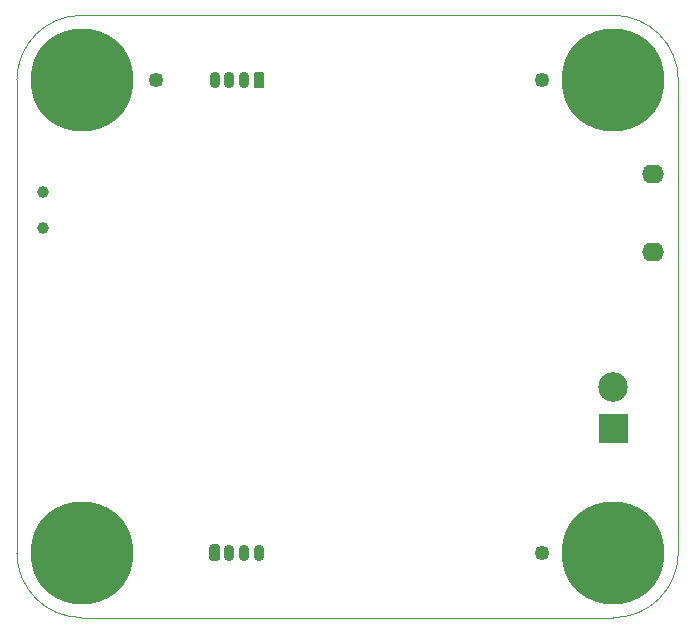
<source format=gbr>
%TF.GenerationSoftware,KiCad,Pcbnew,5.1.10-88a1d61d58~90~ubuntu21.04.1*%
%TF.CreationDate,2021-07-25T10:33:28+05:30*%
%TF.ProjectId,_autosave-STM tinker,5f617574-6f73-4617-9665-2d53544d2074,rev?*%
%TF.SameCoordinates,Original*%
%TF.FileFunction,Soldermask,Bot*%
%TF.FilePolarity,Negative*%
%FSLAX46Y46*%
G04 Gerber Fmt 4.6, Leading zero omitted, Abs format (unit mm)*
G04 Created by KiCad (PCBNEW 5.1.10-88a1d61d58~90~ubuntu21.04.1) date 2021-07-25 10:33:28*
%MOMM*%
%LPD*%
G01*
G04 APERTURE LIST*
%TA.AperFunction,Profile*%
%ADD10C,0.050000*%
%TD*%
%ADD11C,1.252000*%
%ADD12C,1.000000*%
%ADD13C,8.700000*%
%ADD14C,2.500000*%
%ADD15O,0.900000X1.400000*%
%ADD16O,1.850000X1.600000*%
G04 APERTURE END LIST*
D10*
X30750000Y-41000000D02*
G75*
G02*
X36250000Y-35500000I5500000J0D01*
G01*
X36250000Y-86500000D02*
G75*
G02*
X30750000Y-81000000I0J5500000D01*
G01*
X86750000Y-81000000D02*
G75*
G02*
X81250000Y-86500000I-5500000J0D01*
G01*
X81250000Y-35500000D02*
G75*
G02*
X86750000Y-41000000I0J-5500000D01*
G01*
X30750000Y-81000000D02*
X30750000Y-41000000D01*
X81250000Y-86500000D02*
X36250000Y-86500000D01*
X86750000Y-41000000D02*
X86750000Y-81000000D01*
X36250000Y-35500000D02*
X81250000Y-35500000D01*
D11*
%TO.C,REF\u002A\u002A*%
X75250000Y-81000000D03*
%TD*%
%TO.C,REF\u002A\u002A*%
X75250000Y-41000000D03*
%TD*%
%TO.C,REF\u002A\u002A*%
X42500000Y-41000000D03*
%TD*%
D12*
%TO.C,SW1*%
X32920000Y-50500000D03*
X32920000Y-53500000D03*
%TD*%
D13*
%TO.C,H1*%
X81250000Y-41000000D03*
D12*
X84475000Y-41000000D03*
X83530419Y-43280419D03*
X81250000Y-44225000D03*
X78969581Y-43280419D03*
X78025000Y-41000000D03*
X78969581Y-38719581D03*
X81250000Y-37775000D03*
X83530419Y-38719581D03*
%TD*%
%TO.C,H2*%
X83530419Y-78719581D03*
X81250000Y-77775000D03*
X78969581Y-78719581D03*
X78025000Y-81000000D03*
X78969581Y-83280419D03*
X81250000Y-84225000D03*
X83530419Y-83280419D03*
X84475000Y-81000000D03*
D13*
X81250000Y-81000000D03*
%TD*%
%TO.C,H3*%
X36250000Y-81000000D03*
D12*
X39475000Y-81000000D03*
X38530419Y-83280419D03*
X36250000Y-84225000D03*
X33969581Y-83280419D03*
X33025000Y-81000000D03*
X33969581Y-78719581D03*
X36250000Y-77775000D03*
X38530419Y-78719581D03*
%TD*%
%TO.C,H4*%
X38530419Y-38719581D03*
X36250000Y-37775000D03*
X33969581Y-38719581D03*
X33025000Y-41000000D03*
X33969581Y-43280419D03*
X36250000Y-44225000D03*
X38530419Y-43280419D03*
X39475000Y-41000000D03*
D13*
X36250000Y-41000000D03*
%TD*%
%TO.C,J1*%
G36*
G01*
X82450000Y-71750000D02*
X80050000Y-71750000D01*
G75*
G02*
X80000000Y-71700000I0J50000D01*
G01*
X80000000Y-69300000D01*
G75*
G02*
X80050000Y-69250000I50000J0D01*
G01*
X82450000Y-69250000D01*
G75*
G02*
X82500000Y-69300000I0J-50000D01*
G01*
X82500000Y-71700000D01*
G75*
G02*
X82450000Y-71750000I-50000J0D01*
G01*
G37*
D14*
X81250000Y-67000000D03*
%TD*%
D15*
%TO.C,J3*%
X47500000Y-41000000D03*
X48750000Y-41000000D03*
X50000000Y-41000000D03*
G36*
G01*
X51700000Y-40525000D02*
X51700000Y-41475000D01*
G75*
G02*
X51475000Y-41700000I-225000J0D01*
G01*
X51025000Y-41700000D01*
G75*
G02*
X50800000Y-41475000I0J225000D01*
G01*
X50800000Y-40525000D01*
G75*
G02*
X51025000Y-40300000I225000J0D01*
G01*
X51475000Y-40300000D01*
G75*
G02*
X51700000Y-40525000I0J-225000D01*
G01*
G37*
%TD*%
%TO.C,J4*%
G36*
G01*
X47050000Y-81475000D02*
X47050000Y-80525000D01*
G75*
G02*
X47275000Y-80300000I225000J0D01*
G01*
X47725000Y-80300000D01*
G75*
G02*
X47950000Y-80525000I0J-225000D01*
G01*
X47950000Y-81475000D01*
G75*
G02*
X47725000Y-81700000I-225000J0D01*
G01*
X47275000Y-81700000D01*
G75*
G02*
X47050000Y-81475000I0J225000D01*
G01*
G37*
X48750000Y-81000000D03*
X50000000Y-81000000D03*
X51250000Y-81000000D03*
%TD*%
D16*
%TO.C,J5*%
X84575000Y-55550000D03*
X84575000Y-48950000D03*
%TD*%
M02*

</source>
